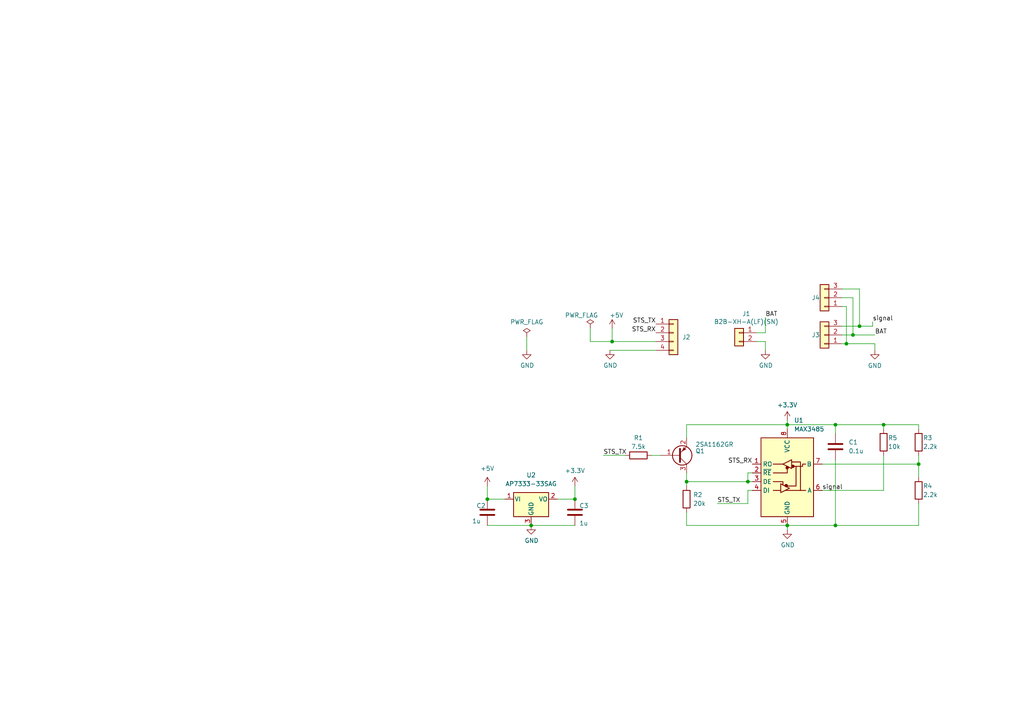
<source format=kicad_sch>
(kicad_sch (version 20230121) (generator eeschema)
  (paper "A4")
  (lib_symbols
    (symbol "Connector_Generic:Conn_01x02" (pin_names (offset 1.016) hide)
      (property "Reference" "J" (at 0 2.54 0))
      (property "Value" "Conn_01x02" (at 0 -5.08 0))
      (symbol "Conn_01x02_1_1"
        (rectangle (start -1.27 -2.413) (end 0 -2.667) (stroke (width 0.1524)))
        (rectangle (start -1.27 0.127) (end 0 -0.127) (stroke (width 0.1524)))
        (rectangle (start -1.27 1.27) (end 1.27 -3.81) (stroke (width 0.254)) (fill (type background)))
        (pin passive line (at -5.08 0 0) (length 3.81) (name "Pin_1") (number "1"))
        (pin passive line (at -5.08 -2.54 0) (length 3.81) (name "Pin_2") (number "2"))
      )
    )
    (symbol "Connector_Generic:Conn_01x03" (pin_names (offset 1.016) hide)
      (property "Reference" "J" (at 0 5.08 0))
      (property "Value" "Conn_01x03" (at 0 -5.08 0))
      (symbol "Conn_01x03_1_1"
        (rectangle (start -1.27 -2.413) (end 0 -2.667) (stroke (width 0.1524)))
        (rectangle (start -1.27 0.127) (end 0 -0.127) (stroke (width 0.1524)))
        (rectangle (start -1.27 2.667) (end 0 2.413) (stroke (width 0.1524)))
        (rectangle (start -1.27 3.81) (end 1.27 -3.81) (stroke (width 0.254)) (fill (type background)))
        (pin passive line (at -5.08 2.54 0) (length 3.81) (name "Pin_1") (number "1"))
        (pin passive line (at -5.08 0 0) (length 3.81) (name "Pin_2") (number "2"))
        (pin passive line (at -5.08 -2.54 0) (length 3.81) (name "Pin_3") (number "3"))
      )
    )
    (symbol "Connector_Generic:Conn_01x04" (pin_names (offset 1.016) hide)
      (property "Reference" "J" (at 0 5.08 0))
      (property "Value" "Conn_01x04" (at 0 -7.62 0))
      (symbol "Conn_01x04_1_1"
        (rectangle (start -1.27 -4.953) (end 0 -5.207) (stroke (width 0.1524)))
        (rectangle (start -1.27 -2.413) (end 0 -2.667) (stroke (width 0.1524)))
        (rectangle (start -1.27 0.127) (end 0 -0.127) (stroke (width 0.1524)))
        (rectangle (start -1.27 2.667) (end 0 2.413) (stroke (width 0.1524)))
        (rectangle (start -1.27 3.81) (end 1.27 -6.35) (stroke (width 0.254)) (fill (type background)))
        (pin passive line (at -5.08 2.54 0) (length 3.81) (name "Pin_1") (number "1"))
        (pin passive line (at -5.08 0 0) (length 3.81) (name "Pin_2") (number "2"))
        (pin passive line (at -5.08 -2.54 0) (length 3.81) (name "Pin_3") (number "3"))
        (pin passive line (at -5.08 -5.08 0) (length 3.81) (name "Pin_4") (number "4"))
      )
    )
    (symbol "Device:C" (pin_numbers hide) (pin_names (offset 0.254))
      (property "Reference" "C" (at 0.635 2.54 0))
      (property "Value" "C" (at 0.635 -2.54 0))
      (symbol "C_0_1"
        (polyline (pts (xy -2.032 -0.762) (xy 2.032 -0.762)) (stroke (width 0.508)))
        (polyline (pts (xy -2.032 0.762) (xy 2.032 0.762)) (stroke (width 0.508)))
      )
      (symbol "C_1_1"
        (pin passive line (at 0 3.81 270) (length 2.794) (name "~") (number "1"))
        (pin passive line (at 0 -3.81 90) (length 2.794) (name "~") (number "2"))
      )
    )
    (symbol "Device:R" (pin_numbers hide) (pin_names (offset 0))
      (property "Reference" "R" (at 2.032 0 90))
      (property "Value" "R" (at 0 0 90))
      (symbol "R_0_1"
        (rectangle (start -1.016 -2.54) (end 1.016 2.54) (stroke (width 0.254)))
      )
      (symbol "R_1_1"
        (pin passive line (at 0 3.81 270) (length 1.27) (name "~") (number "1"))
        (pin passive line (at 0 -3.81 90) (length 1.27) (name "~") (number "2"))
      )
    )
    (symbol "Interface_UART:MAX3485"
      (property "Reference" "U" (at -6.096 11.43 0))
      (property "Value" "MAX3485" (at 0.762 11.43 0))
      (symbol "MAX3485_0_1"
        (rectangle (start -7.62 10.16) (end 7.62 -12.7) (stroke (width 0.254)) (fill (type background)))
        (circle (center -0.3048 -3.683) (radius 0.3556) (stroke (width 0.254)) (fill (type outline)))
        (circle (center -0.0254 1.4986) (radius 0.3556) (stroke (width 0.254)) (fill (type outline)))
        (polyline (pts (xy -4.064 -5.08) (xy -1.905 -5.08)) (stroke (width 0.254)))
        (polyline (pts (xy -4.064 2.54) (xy -1.27 2.54)) (stroke (width 0.254)))
        (polyline (pts (xy -1.27 -3.2004) (xy -1.27 -3.4544)) (stroke (width 0.254)))
        (polyline (pts (xy -0.635 -5.08) (xy 5.334 -5.08)) (stroke (width 0.254)))
        (polyline (pts (xy -4.064 -2.54) (xy -1.27 -2.54) (xy -1.27 -3.175)) (stroke (width 0.254)))
        (polyline (pts (xy 0 1.27) (xy 0 0) (xy -4.064 0)) (stroke (width 0.254)))
        (polyline (pts (xy 1.27 3.175) (xy 3.81 3.175) (xy 3.81 -5.08)) (stroke (width 0.254)))
        (polyline (pts (xy 2.54 1.905) (xy 2.54 -3.81) (xy 0 -3.81)) (stroke (width 0.254)))
        (polyline (pts (xy -1.905 -3.175) (xy -1.905 -5.715) (xy 0.635 -4.445) (xy -1.905 -3.175)) (stroke (width 0.254)))
        (polyline (pts (xy -1.27 2.54) (xy 1.27 3.81) (xy 1.27 1.27) (xy -1.27 2.54)) (stroke (width 0.254)))
        (polyline (pts (xy 1.905 1.905) (xy 4.445 1.905) (xy 4.445 2.54) (xy 5.334 2.54)) (stroke (width 0.254)))
        (rectangle (start 1.27 3.175) (end 1.27 3.175))
        (circle (center 1.651 1.905) (radius 0.3556) (stroke (width 0.254)) (fill (type outline)))
      )
      (symbol "MAX3485_1_1"
        (pin output line (at -10.16 2.54 0) (length 2.54) (name "RO") (number "1"))
        (pin input line (at -10.16 0 0) (length 2.54) (name "~{RE}") (number "2"))
        (pin input line (at -10.16 -2.54 0) (length 2.54) (name "DE") (number "3"))
        (pin input line (at -10.16 -5.08 0) (length 2.54) (name "DI") (number "4"))
        (pin power_in line (at 0 -15.24 90) (length 2.54) (name "GND") (number "5"))
        (pin bidirectional line (at 10.16 -5.08 180) (length 2.54) (name "A") (number "6"))
        (pin bidirectional line (at 10.16 2.54 180) (length 2.54) (name "B") (number "7"))
        (pin power_in line (at 0 12.7 270) (length 2.54) (name "VCC") (number "8"))
      )
    )
    (symbol "Regulator_Linear:AP7384-33SA" (pin_names (offset 0.254))
      (property "Reference" "U" (at -3.81 3.175 0))
      (property "Value" "AP7384-33SA" (at 0 3.175 0))
      (symbol "AP7384-33SA_0_1"
        (rectangle (start -5.08 1.905) (end 5.08 -5.08) (stroke (width 0.254)) (fill (type background)))
      )
      (symbol "AP7384-33SA_1_1"
        (pin power_in line (at -7.62 0 0) (length 2.54) (name "VI") (number "1"))
        (pin power_out line (at 7.62 0 180) (length 2.54) (name "VO") (number "2"))
        (pin power_in line (at 0 -7.62 90) (length 2.54) (name "GND") (number "3"))
      )
    )
    (symbol "bsl_symbols:2SA1162" (pin_names (offset 0) hide)
      (property "Reference" "Q" (at 5.08 1.905 0))
      (property "Value" "2SA1162GR" (at 5.08 0 0))
      (symbol "2SA1162_0_1"
        (polyline (pts (xy 0 0) (xy 0.635 0)))
        (polyline (pts (xy 2.54 -2.54) (xy 0.635 -0.635)))
        (polyline (pts (xy 2.54 2.54) (xy 0.635 0.635)))
        (polyline (pts (xy 0.635 1.905) (xy 0.635 -1.905) (xy 0.635 -1.905)) (stroke (width 0.508)) (fill (type outline)))
        (polyline (pts (xy 1.778 -2.286) (xy 2.286 -1.778) (xy 1.27 -1.27) (xy 1.778 -2.286) (xy 1.778 -2.286)) (fill (type outline)))
      )
      (symbol "2SA1162_1_1"
        (circle (center 1.27 0) (radius 2.8194) (stroke (width 0.254)))
        (pin input line (at -5.08 0 0) (length 5.08) (name "B") (number "1"))
        (pin passive line (at 2.54 -5.08 90) (length 2.54) (name "E") (number "2"))
        (pin passive line (at 2.54 5.08 270) (length 2.54) (name "C") (number "3"))
      )
    )
    (symbol "power:+3.3V" (power) (pin_names (offset 0))
      (property "Value" "+3.3V" (at 0 3.556 0))
      (symbol "+3.3V_0_1"
        (polyline (pts (xy -0.762 1.27) (xy 0 2.54)))
        (polyline (pts (xy 0 0) (xy 0 2.54)))
        (polyline (pts (xy 0 2.54) (xy 0.762 1.27)))
      )
      (symbol "+3.3V_1_1"
        (pin power_in line (at 0 0 90) (length 0) hide (name "+3.3V") (number "1"))
      )
    )
    (symbol "power:+5V" (power) (pin_names (offset 0))
      (property "Value" "+5V" (at 0 3.556 0))
      (symbol "+5V_0_1"
        (polyline (pts (xy -0.762 1.27) (xy 0 2.54)))
        (polyline (pts (xy 0 0) (xy 0 2.54)))
        (polyline (pts (xy 0 2.54) (xy 0.762 1.27)))
      )
      (symbol "+5V_1_1"
        (pin power_in line (at 0 0 90) (length 0) hide (name "+5V") (number "1"))
      )
    )
    (symbol "power:GND" (power) (pin_names (offset 0))
      (property "Value" "GND" (at 0 -3.81 0))
      (symbol "GND_0_1"
        (polyline (pts (xy 0 0) (xy 0 -1.27) (xy 1.27 -1.27) (xy 0 -2.54) (xy -1.27 -1.27) (xy 0 -1.27)))
      )
      (symbol "GND_1_1"
        (pin power_in line (at 0 0 270) (length 0) hide (name "GND") (number "1"))
      )
    )
    (symbol "power:PWR_FLAG" (power) (pin_numbers hide) (pin_names (offset 0) hide)
      (property "Value" "PWR_FLAG" (at 0 3.81 0))
      (symbol "PWR_FLAG_0_0"
        (pin power_out line (at 0 0 90) (length 0) (name "pwr") (number "1"))
      )
      (symbol "PWR_FLAG_0_1"
        (polyline (pts (xy 0 0) (xy 0 1.27) (xy -1.016 1.905) (xy 0 2.54) (xy 1.016 1.905) (xy 0 1.27)))
      )
    )
  )
  (junction (at 249.301 94.615))
  (junction (at 256.286 123.19))
  (junction (at 228.346 123.19))
  (junction (at 242.316 152.4))
  (junction (at 228.346 152.4))
  (junction (at 199.136 139.7))
  (junction (at 166.751 144.78))
  (junction (at 141.351 144.78))
  (junction (at 247.396 97.155))
  (junction (at 266.446 134.62))
  (junction (at 242.316 123.19))
  (junction (at 245.491 99.695))
  (junction (at 216.916 139.7))
  (junction (at 154.051 152.4))
  (junction (at 177.546 99.06))
  (wire (pts (xy 228.346 123.19) (xy 228.346 124.46)))
  (wire (pts (xy 238.506 134.62) (xy 266.446 134.62)))
  (wire (pts (xy 228.346 152.4) (xy 228.346 153.67)))
  (wire (pts (xy 253.746 99.695) (xy 253.746 101.6)))
  (wire (pts (xy 221.996 99.06) (xy 221.996 101.6)))
  (wire (pts (xy 244.221 97.155) (xy 247.396 97.155)))
  (wire (pts (xy 188.976 132.08) (xy 191.516 132.08)))
  (wire (pts (xy 141.351 152.4) (xy 154.051 152.4)))
  (wire (pts (xy 245.491 99.695) (xy 253.746 99.695)))
  (wire (pts (xy 266.446 134.62) (xy 266.446 138.43)))
  (wire (pts (xy 266.446 146.05) (xy 266.446 152.4)))
  (wire (pts (xy 154.051 152.4) (xy 166.751 152.4)))
  (wire (pts (xy 256.286 132.08) (xy 256.286 142.24)))
  (wire (pts (xy 256.286 123.19) (xy 266.446 123.19)))
  (wire (pts (xy 228.346 123.19) (xy 199.136 123.19)))
  (wire (pts (xy 141.351 140.97) (xy 141.351 144.78)))
  (wire (pts (xy 244.221 83.82) (xy 249.301 83.82)))
  (wire (pts (xy 228.346 123.19) (xy 242.316 123.19)))
  (wire (pts (xy 199.136 152.4) (xy 228.346 152.4)))
  (wire (pts (xy 247.396 97.155) (xy 253.746 97.155)))
  (wire (pts (xy 244.221 94.615) (xy 249.301 94.615)))
  (wire (pts (xy 219.456 99.06) (xy 221.996 99.06)))
  (wire (pts (xy 177.546 95.25) (xy 177.546 99.06)))
  (wire (pts (xy 141.351 144.78) (xy 146.431 144.78)))
  (wire (pts (xy 244.221 88.9) (xy 245.491 88.9)))
  (wire (pts (xy 218.186 137.16) (xy 216.916 137.16)))
  (wire (pts (xy 242.316 152.4) (xy 266.446 152.4)))
  (wire (pts (xy 228.346 152.4) (xy 242.316 152.4)))
  (wire (pts (xy 242.316 123.19) (xy 242.316 125.73)))
  (wire (pts (xy 175.006 132.08) (xy 181.356 132.08)))
  (wire (pts (xy 177.546 99.06) (xy 190.246 99.06)))
  (wire (pts (xy 161.671 144.78) (xy 166.751 144.78)))
  (wire (pts (xy 228.346 121.92) (xy 228.346 123.19)))
  (wire (pts (xy 171.196 95.25) (xy 171.196 99.06)))
  (wire (pts (xy 249.301 83.82) (xy 249.301 94.615)))
  (wire (pts (xy 253.111 94.615) (xy 253.111 93.345)))
  (wire (pts (xy 216.916 139.7) (xy 218.186 139.7)))
  (wire (pts (xy 256.286 142.24) (xy 238.506 142.24)))
  (wire (pts (xy 199.136 148.59) (xy 199.136 152.4)))
  (wire (pts (xy 199.136 139.7) (xy 216.916 139.7)))
  (wire (pts (xy 247.396 86.36) (xy 247.396 97.155)))
  (wire (pts (xy 219.456 96.52) (xy 221.996 96.52)))
  (wire (pts (xy 166.751 140.97) (xy 166.751 144.78)))
  (wire (pts (xy 244.221 86.36) (xy 247.396 86.36)))
  (wire (pts (xy 176.911 101.6) (xy 190.246 101.6)))
  (wire (pts (xy 208.026 146.05) (xy 216.916 146.05)))
  (wire (pts (xy 199.136 139.7) (xy 199.136 140.97)))
  (wire (pts (xy 216.916 142.24) (xy 218.186 142.24)))
  (wire (pts (xy 216.916 137.16) (xy 216.916 139.7)))
  (wire (pts (xy 245.491 88.9) (xy 245.491 99.695)))
  (wire (pts (xy 242.316 133.35) (xy 242.316 152.4)))
  (wire (pts (xy 152.781 97.79) (xy 152.781 101.6)))
  (wire (pts (xy 199.136 137.16) (xy 199.136 139.7)))
  (wire (pts (xy 249.301 94.615) (xy 253.111 94.615)))
  (wire (pts (xy 244.221 99.695) (xy 245.491 99.695)))
  (wire (pts (xy 242.316 123.19) (xy 256.286 123.19)))
  (wire (pts (xy 266.446 132.08) (xy 266.446 134.62)))
  (wire (pts (xy 221.996 92.075) (xy 221.996 96.52)))
  (wire (pts (xy 171.196 99.06) (xy 177.546 99.06)))
  (wire (pts (xy 199.136 123.19) (xy 199.136 127)))
  (wire (pts (xy 216.916 146.05) (xy 216.916 142.24)))
  (wire (pts (xy 266.446 123.19) (xy 266.446 124.46)))
  (wire (pts (xy 256.286 123.19) (xy 256.286 124.46)))
  (label "STS_RX" (at 190.246 96.52 180))
  (label "BAT" (at 253.746 97.155 0))
  (label "STS_RX" (at 218.186 134.62 180))
  (label "signal" (at 253.111 93.345 0))
  (label "STS_TX" (at 208.026 146.05 0))
  (label "signal" (at 238.506 142.24 0))
  (label "STS_TX" (at 175.006 132.08 0))
  (label "BAT" (at 221.996 92.075 0))
  (label "STS_TX" (at 190.246 93.98 180))
  (symbol (lib_id "bsl_symbols:2SA1162") (at 196.596 132.08 0) (mirror x) (unit 1)
    (property "Reference" "Q1" (at 201.676 130.81 0) (effects (justify left)))
    (property "Value" "2SA1162GR" (at 201.676 128.905 0) (effects (justify left)))
    (property "Footprint" "Package_TO_SOT_SMD:SC-59_Handsoldering" (effects hide))
    (property "Datasheet" "https://akizukidenshi.com/download/2SA1162GR.pdf" (effects hide))
  )
  (symbol (lib_id "power:+3.3V") (at 166.751 140.97 0) (unit 1)
    (property "Reference" "#PWR01" (effects hide))
    (property "Value" "+3.3V" (at 166.751 136.525 0))
  )
  (symbol (lib_id "Regulator_Linear:AP7384-33SA") (at 154.051 144.78 0) (unit 1)
    (property "Reference" "U2" (at 154.051 137.795 0))
    (property "Value" "AP7333-33SAG" (at 154.051 140.335 0))
    (property "Footprint" "Package_TO_SOT_SMD:SOT-23" (effects hide))
    (property "Datasheet" "https://www.diodes.com/assets/Datasheets/AP7384.pdf" (effects hide))
  )
  (symbol (lib_id "power:GND") (at 228.346 153.67 0) (unit 1)
    (property "Reference" "#PWR02" (effects hide))
    (property "Value" "GND" (at 228.473 158.0642 0))
  )
  (symbol (lib_id "Device:C") (at 141.351 148.59 0) (unit 1)
    (property "Reference" "C2" (at 138.176 146.685 0) (effects (justify left)))
    (property "Value" "1u" (at 136.906 151.13 0) (effects (justify left)))
    (property "Footprint" "Capacitor_SMD:C_0603_1608Metric_Pad1.08x0.95mm_HandSolder" (effects hide))
  )
  (symbol (lib_id "Device:C") (at 166.751 148.59 0) (unit 1)
    (property "Reference" "C3" (at 168.021 146.685 0) (effects (justify left)))
    (property "Value" "1u" (at 168.021 151.765 0) (effects (justify left)))
    (property "Footprint" "Capacitor_SMD:C_0603_1608Metric_Pad1.08x0.95mm_HandSolder" (effects hide))
  )
  (symbol (lib_id "Device:R") (at 199.136 144.78 180) (unit 1)
    (property "Reference" "R2" (at 201.041 143.51 0) (effects (justify right)))
    (property "Value" "20k" (at 201.041 146.05 0) (effects (justify right)))
    (property "Footprint" "Resistor_SMD:R_0603_1608Metric_Pad0.98x0.95mm_HandSolder" (effects hide))
  )
  (symbol (lib_id "power:GND") (at 154.051 152.4 0) (unit 1)
    (property "Reference" "#PWR07" (effects hide))
    (property "Value" "GND" (at 154.178 156.7942 0))
  )
  (symbol (lib_id "Device:R") (at 256.286 128.27 180) (unit 1)
    (property "Reference" "R5" (at 257.556 127 0) (effects (justify right)))
    (property "Value" "10k" (at 257.556 129.54 0) (effects (justify right)))
    (property "Footprint" "Resistor_SMD:R_0603_1608Metric_Pad0.98x0.95mm_HandSolder" (effects hide))
  )
  (symbol (lib_id "power:GND") (at 176.911 101.6 0) (unit 1)
    (property "Reference" "#PWR06" (effects hide))
    (property "Value" "GND" (at 177.038 105.9942 0))
  )
  (symbol (lib_id "Device:R") (at 185.166 132.08 90) (unit 1)
    (property "Reference" "R1" (at 185.166 127 90))
    (property "Value" "7.5k" (at 185.166 129.54 90))
    (property "Footprint" "Resistor_SMD:R_0603_1608Metric_Pad0.98x0.95mm_HandSolder" (effects hide))
  )
  (symbol (lib_id "Interface_UART:MAX3485") (at 228.346 137.16 0) (unit 1)
    (property "Reference" "U1" (at 230.3019 121.92 0) (effects (justify left)))
    (property "Value" "MAX3485" (at 230.3019 124.46 0) (effects (justify left)))
    (property "Footprint" "Package_SO:SOP-8_3.9x4.9mm_P1.27mm" (effects hide))
    (property "Datasheet" "https://datasheets.maximintegrated.com/en/ds/MAX3483-MAX3491.pdf" (effects hide))
  )
  (symbol (lib_id "power:+5V") (at 177.546 95.25 0) (unit 1)
    (property "Reference" "#PWR010" (effects hide))
    (property "Value" "+5V" (at 178.816 91.44 0))
  )
  (symbol (lib_id "power:PWR_FLAG") (at 171.196 95.25 0) (unit 1)
    (property "Reference" "#FLG02" (effects hide))
    (property "Value" "PWR_FLAG" (at 168.656 91.44 0))
  )
  (symbol (lib_id "power:GND") (at 253.746 101.6 0) (unit 1)
    (property "Reference" "#PWR05" (effects hide))
    (property "Value" "GND" (at 253.746 106.045 0))
  )
  (symbol (lib_id "Device:R") (at 266.446 128.27 180) (unit 1)
    (property "Reference" "R3" (at 267.716 127 0) (effects (justify right)))
    (property "Value" "2.2k" (at 267.716 129.54 0) (effects (justify right)))
    (property "Footprint" "Resistor_SMD:R_0603_1608Metric_Pad0.98x0.95mm_HandSolder" (effects hide))
  )
  (symbol (lib_id "power:+5V") (at 141.351 140.97 0) (unit 1)
    (property "Reference" "#PWR09" (effects hide))
    (property "Value" "+5V" (at 141.351 135.89 0))
  )
  (symbol (lib_id "Connector_Generic:Conn_01x02") (at 214.376 96.52 0) (mirror y) (unit 1)
    (property "Reference" "J1" (at 216.4588 91.0082 0))
    (property "Value" "B2B-XH-A(LF)(SN)" (at 216.4588 93.3196 0))
    (property "Footprint" "Connector_JST:JST_XH_B2B-XH-A_1x02_P2.50mm_Vertical" (effects hide))
    (property "URL" "https://akizukidenshi.com/catalog/g/gC-12802/" (effects hide))
  )
  (symbol (lib_id "Device:C") (at 242.316 129.54 0) (unit 1)
    (property "Reference" "C1" (at 246.126 128.27 0) (effects (justify left)))
    (property "Value" "0.1u" (at 246.126 130.81 0) (effects (justify left)))
    (property "Footprint" "Capacitor_SMD:C_0603_1608Metric_Pad1.08x0.95mm_HandSolder" (effects hide))
  )
  (symbol (lib_id "Connector_Generic:Conn_01x03") (at 239.141 97.155 180) (unit 1)
    (property "Reference" "J3" (at 236.601 97.155 0))
    (property "Value" "B3B-EH-A(LF)(SN)" (effects hide))
    (property "Footprint" "Connector_JST:JST_EH_B3B-EH-A_1x03_P2.50mm_Vertical" (effects hide))
  )
  (symbol (lib_id "power:GND") (at 152.781 101.6 0) (unit 1)
    (property "Reference" "#PWR03" (effects hide))
    (property "Value" "GND" (at 152.908 105.9942 0))
  )
  (symbol (lib_id "power:GND") (at 221.996 101.6 0) (unit 1)
    (property "Reference" "#PWR04" (effects hide))
    (property "Value" "GND" (at 222.123 105.9942 0))
  )
  (symbol (lib_id "power:PWR_FLAG") (at 152.781 97.79 0) (unit 1)
    (property "Reference" "#FLG01" (effects hide))
    (property "Value" "PWR_FLAG" (at 152.781 93.3958 0))
  )
  (symbol (lib_id "Device:R") (at 266.446 142.24 180) (unit 1)
    (property "Reference" "R4" (at 267.716 140.97 0) (effects (justify right)))
    (property "Value" "2.2k" (at 267.716 143.51 0) (effects (justify right)))
    (property "Footprint" "Resistor_SMD:R_0603_1608Metric_Pad0.98x0.95mm_HandSolder" (effects hide))
  )
  (symbol (lib_id "Connector_Generic:Conn_01x04") (at 195.326 96.52 0) (unit 1)
    (property "Reference" "J2" (at 197.866 97.79 0) (effects (justify left)))
    (property "Value" "WAFER-HY2.0-4PZZ" (effects hide))
    (property "Footprint" "BSL-Library:HY2.0-4P" (effects hide))
  )
  (symbol (lib_id "Connector_Generic:Conn_01x03") (at 239.141 86.36 180) (unit 1)
    (property "Reference" "J4" (at 236.601 86.36 0))
    (property "Value" "B3B-EH-A(LF)(SN)" (effects hide))
    (property "Footprint" "Connector_JST:JST_EH_B3B-EH-A_1x03_P2.50mm_Vertical" (effects hide))
  )
  (symbol (lib_id "power:+3.3V") (at 228.346 121.92 0) (unit 1)
    (property "Reference" "#PWR08" (effects hide))
    (property "Value" "+3.3V" (at 228.346 117.475 0))
  )
)
</source>
